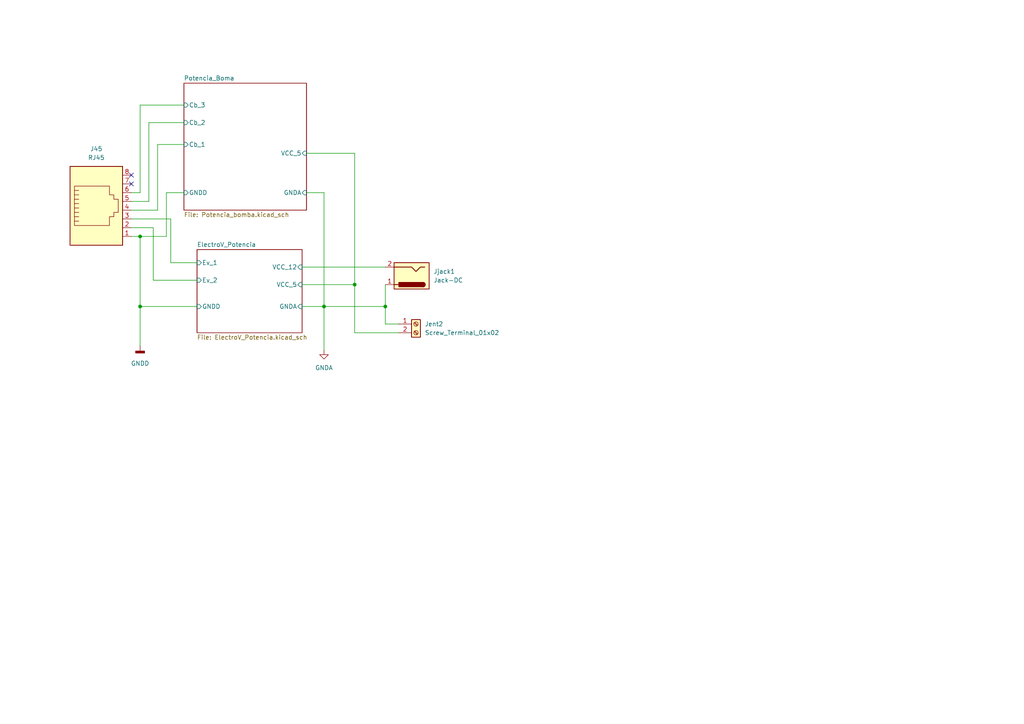
<source format=kicad_sch>
(kicad_sch (version 20211123) (generator eeschema)

  (uuid 0956fbcb-cb04-41a0-bcc7-40c2337a32d3)

  (paper "A4")

  (lib_symbols
    (symbol "Connector:Jack-DC" (pin_names (offset 1.016)) (in_bom yes) (on_board yes)
      (property "Reference" "J" (id 0) (at 0 5.334 0)
        (effects (font (size 1.27 1.27)))
      )
      (property "Value" "Jack-DC" (id 1) (at 0 -5.08 0)
        (effects (font (size 1.27 1.27)))
      )
      (property "Footprint" "" (id 2) (at 1.27 -1.016 0)
        (effects (font (size 1.27 1.27)) hide)
      )
      (property "Datasheet" "~" (id 3) (at 1.27 -1.016 0)
        (effects (font (size 1.27 1.27)) hide)
      )
      (property "ki_keywords" "DC power barrel jack connector" (id 4) (at 0 0 0)
        (effects (font (size 1.27 1.27)) hide)
      )
      (property "ki_description" "DC Barrel Jack" (id 5) (at 0 0 0)
        (effects (font (size 1.27 1.27)) hide)
      )
      (property "ki_fp_filters" "BarrelJack*" (id 6) (at 0 0 0)
        (effects (font (size 1.27 1.27)) hide)
      )
      (symbol "Jack-DC_0_1"
        (rectangle (start -5.08 3.81) (end 5.08 -3.81)
          (stroke (width 0.254) (type default) (color 0 0 0 0))
          (fill (type background))
        )
        (arc (start -3.302 3.175) (mid -3.937 2.54) (end -3.302 1.905)
          (stroke (width 0.254) (type default) (color 0 0 0 0))
          (fill (type none))
        )
        (arc (start -3.302 3.175) (mid -3.937 2.54) (end -3.302 1.905)
          (stroke (width 0.254) (type default) (color 0 0 0 0))
          (fill (type outline))
        )
        (polyline
          (pts
            (xy 5.08 2.54)
            (xy 3.81 2.54)
          )
          (stroke (width 0.254) (type default) (color 0 0 0 0))
          (fill (type none))
        )
        (polyline
          (pts
            (xy -3.81 -2.54)
            (xy -2.54 -2.54)
            (xy -1.27 -1.27)
            (xy 0 -2.54)
            (xy 2.54 -2.54)
            (xy 5.08 -2.54)
          )
          (stroke (width 0.254) (type default) (color 0 0 0 0))
          (fill (type none))
        )
        (rectangle (start 3.683 3.175) (end -3.302 1.905)
          (stroke (width 0.254) (type default) (color 0 0 0 0))
          (fill (type outline))
        )
      )
      (symbol "Jack-DC_1_1"
        (pin passive line (at 7.62 2.54 180) (length 2.54)
          (name "~" (effects (font (size 1.27 1.27))))
          (number "1" (effects (font (size 1.27 1.27))))
        )
        (pin passive line (at 7.62 -2.54 180) (length 2.54)
          (name "~" (effects (font (size 1.27 1.27))))
          (number "2" (effects (font (size 1.27 1.27))))
        )
      )
    )
    (symbol "Connector:RJ45" (pin_names (offset 1.016)) (in_bom yes) (on_board yes)
      (property "Reference" "J" (id 0) (at -5.08 13.97 0)
        (effects (font (size 1.27 1.27)) (justify right))
      )
      (property "Value" "RJ45" (id 1) (at 2.54 13.97 0)
        (effects (font (size 1.27 1.27)) (justify left))
      )
      (property "Footprint" "" (id 2) (at 0 0.635 90)
        (effects (font (size 1.27 1.27)) hide)
      )
      (property "Datasheet" "~" (id 3) (at 0 0.635 90)
        (effects (font (size 1.27 1.27)) hide)
      )
      (property "ki_keywords" "8P8C RJ female connector" (id 4) (at 0 0 0)
        (effects (font (size 1.27 1.27)) hide)
      )
      (property "ki_description" "RJ connector, 8P8C (8 positions 8 connected)" (id 5) (at 0 0 0)
        (effects (font (size 1.27 1.27)) hide)
      )
      (property "ki_fp_filters" "8P8C* RJ31* RJ32* RJ33* RJ34* RJ35* RJ41* RJ45* RJ49* RJ61*" (id 6) (at 0 0 0)
        (effects (font (size 1.27 1.27)) hide)
      )
      (symbol "RJ45_0_1"
        (polyline
          (pts
            (xy -5.08 4.445)
            (xy -6.35 4.445)
          )
          (stroke (width 0) (type default) (color 0 0 0 0))
          (fill (type none))
        )
        (polyline
          (pts
            (xy -5.08 5.715)
            (xy -6.35 5.715)
          )
          (stroke (width 0) (type default) (color 0 0 0 0))
          (fill (type none))
        )
        (polyline
          (pts
            (xy -6.35 -3.175)
            (xy -5.08 -3.175)
            (xy -5.08 -3.175)
          )
          (stroke (width 0) (type default) (color 0 0 0 0))
          (fill (type none))
        )
        (polyline
          (pts
            (xy -6.35 -1.905)
            (xy -5.08 -1.905)
            (xy -5.08 -1.905)
          )
          (stroke (width 0) (type default) (color 0 0 0 0))
          (fill (type none))
        )
        (polyline
          (pts
            (xy -6.35 -0.635)
            (xy -5.08 -0.635)
            (xy -5.08 -0.635)
          )
          (stroke (width 0) (type default) (color 0 0 0 0))
          (fill (type none))
        )
        (polyline
          (pts
            (xy -6.35 0.635)
            (xy -5.08 0.635)
            (xy -5.08 0.635)
          )
          (stroke (width 0) (type default) (color 0 0 0 0))
          (fill (type none))
        )
        (polyline
          (pts
            (xy -6.35 1.905)
            (xy -5.08 1.905)
            (xy -5.08 1.905)
          )
          (stroke (width 0) (type default) (color 0 0 0 0))
          (fill (type none))
        )
        (polyline
          (pts
            (xy -5.08 3.175)
            (xy -6.35 3.175)
            (xy -6.35 3.175)
          )
          (stroke (width 0) (type default) (color 0 0 0 0))
          (fill (type none))
        )
        (polyline
          (pts
            (xy -6.35 -4.445)
            (xy -6.35 6.985)
            (xy 3.81 6.985)
            (xy 3.81 4.445)
            (xy 5.08 4.445)
            (xy 5.08 3.175)
            (xy 6.35 3.175)
            (xy 6.35 -0.635)
            (xy 5.08 -0.635)
            (xy 5.08 -1.905)
            (xy 3.81 -1.905)
            (xy 3.81 -4.445)
            (xy -6.35 -4.445)
            (xy -6.35 -4.445)
          )
          (stroke (width 0) (type default) (color 0 0 0 0))
          (fill (type none))
        )
        (rectangle (start 7.62 12.7) (end -7.62 -10.16)
          (stroke (width 0.254) (type default) (color 0 0 0 0))
          (fill (type background))
        )
      )
      (symbol "RJ45_1_1"
        (pin passive line (at 10.16 -7.62 180) (length 2.54)
          (name "~" (effects (font (size 1.27 1.27))))
          (number "1" (effects (font (size 1.27 1.27))))
        )
        (pin passive line (at 10.16 -5.08 180) (length 2.54)
          (name "~" (effects (font (size 1.27 1.27))))
          (number "2" (effects (font (size 1.27 1.27))))
        )
        (pin passive line (at 10.16 -2.54 180) (length 2.54)
          (name "~" (effects (font (size 1.27 1.27))))
          (number "3" (effects (font (size 1.27 1.27))))
        )
        (pin passive line (at 10.16 0 180) (length 2.54)
          (name "~" (effects (font (size 1.27 1.27))))
          (number "4" (effects (font (size 1.27 1.27))))
        )
        (pin passive line (at 10.16 2.54 180) (length 2.54)
          (name "~" (effects (font (size 1.27 1.27))))
          (number "5" (effects (font (size 1.27 1.27))))
        )
        (pin passive line (at 10.16 5.08 180) (length 2.54)
          (name "~" (effects (font (size 1.27 1.27))))
          (number "6" (effects (font (size 1.27 1.27))))
        )
        (pin passive line (at 10.16 7.62 180) (length 2.54)
          (name "~" (effects (font (size 1.27 1.27))))
          (number "7" (effects (font (size 1.27 1.27))))
        )
        (pin passive line (at 10.16 10.16 180) (length 2.54)
          (name "~" (effects (font (size 1.27 1.27))))
          (number "8" (effects (font (size 1.27 1.27))))
        )
      )
    )
    (symbol "Connector:Screw_Terminal_01x02" (pin_names (offset 1.016) hide) (in_bom yes) (on_board yes)
      (property "Reference" "J" (id 0) (at 0 2.54 0)
        (effects (font (size 1.27 1.27)))
      )
      (property "Value" "Screw_Terminal_01x02" (id 1) (at 0 -5.08 0)
        (effects (font (size 1.27 1.27)))
      )
      (property "Footprint" "" (id 2) (at 0 0 0)
        (effects (font (size 1.27 1.27)) hide)
      )
      (property "Datasheet" "~" (id 3) (at 0 0 0)
        (effects (font (size 1.27 1.27)) hide)
      )
      (property "ki_keywords" "screw terminal" (id 4) (at 0 0 0)
        (effects (font (size 1.27 1.27)) hide)
      )
      (property "ki_description" "Generic screw terminal, single row, 01x02, script generated (kicad-library-utils/schlib/autogen/connector/)" (id 5) (at 0 0 0)
        (effects (font (size 1.27 1.27)) hide)
      )
      (property "ki_fp_filters" "TerminalBlock*:*" (id 6) (at 0 0 0)
        (effects (font (size 1.27 1.27)) hide)
      )
      (symbol "Screw_Terminal_01x02_1_1"
        (rectangle (start -1.27 1.27) (end 1.27 -3.81)
          (stroke (width 0.254) (type default) (color 0 0 0 0))
          (fill (type background))
        )
        (circle (center 0 -2.54) (radius 0.635)
          (stroke (width 0.1524) (type default) (color 0 0 0 0))
          (fill (type none))
        )
        (polyline
          (pts
            (xy -0.5334 -2.2098)
            (xy 0.3302 -3.048)
          )
          (stroke (width 0.1524) (type default) (color 0 0 0 0))
          (fill (type none))
        )
        (polyline
          (pts
            (xy -0.5334 0.3302)
            (xy 0.3302 -0.508)
          )
          (stroke (width 0.1524) (type default) (color 0 0 0 0))
          (fill (type none))
        )
        (polyline
          (pts
            (xy -0.3556 -2.032)
            (xy 0.508 -2.8702)
          )
          (stroke (width 0.1524) (type default) (color 0 0 0 0))
          (fill (type none))
        )
        (polyline
          (pts
            (xy -0.3556 0.508)
            (xy 0.508 -0.3302)
          )
          (stroke (width 0.1524) (type default) (color 0 0 0 0))
          (fill (type none))
        )
        (circle (center 0 0) (radius 0.635)
          (stroke (width 0.1524) (type default) (color 0 0 0 0))
          (fill (type none))
        )
        (pin passive line (at -5.08 0 0) (length 3.81)
          (name "Pin_1" (effects (font (size 1.27 1.27))))
          (number "1" (effects (font (size 1.27 1.27))))
        )
        (pin passive line (at -5.08 -2.54 0) (length 3.81)
          (name "Pin_2" (effects (font (size 1.27 1.27))))
          (number "2" (effects (font (size 1.27 1.27))))
        )
      )
    )
    (symbol "power:GNDA" (power) (pin_names (offset 0)) (in_bom yes) (on_board yes)
      (property "Reference" "#PWR" (id 0) (at 0 -6.35 0)
        (effects (font (size 1.27 1.27)) hide)
      )
      (property "Value" "GNDA" (id 1) (at 0 -3.81 0)
        (effects (font (size 1.27 1.27)))
      )
      (property "Footprint" "" (id 2) (at 0 0 0)
        (effects (font (size 1.27 1.27)) hide)
      )
      (property "Datasheet" "" (id 3) (at 0 0 0)
        (effects (font (size 1.27 1.27)) hide)
      )
      (property "ki_keywords" "power-flag" (id 4) (at 0 0 0)
        (effects (font (size 1.27 1.27)) hide)
      )
      (property "ki_description" "Power symbol creates a global label with name \"GNDA\" , analog ground" (id 5) (at 0 0 0)
        (effects (font (size 1.27 1.27)) hide)
      )
      (symbol "GNDA_0_1"
        (polyline
          (pts
            (xy 0 0)
            (xy 0 -1.27)
            (xy 1.27 -1.27)
            (xy 0 -2.54)
            (xy -1.27 -1.27)
            (xy 0 -1.27)
          )
          (stroke (width 0) (type default) (color 0 0 0 0))
          (fill (type none))
        )
      )
      (symbol "GNDA_1_1"
        (pin power_in line (at 0 0 270) (length 0) hide
          (name "GNDA" (effects (font (size 1.27 1.27))))
          (number "1" (effects (font (size 1.27 1.27))))
        )
      )
    )
    (symbol "power:GNDD" (power) (pin_names (offset 0)) (in_bom yes) (on_board yes)
      (property "Reference" "#PWR" (id 0) (at 0 -6.35 0)
        (effects (font (size 1.27 1.27)) hide)
      )
      (property "Value" "GNDD" (id 1) (at 0 -3.175 0)
        (effects (font (size 1.27 1.27)))
      )
      (property "Footprint" "" (id 2) (at 0 0 0)
        (effects (font (size 1.27 1.27)) hide)
      )
      (property "Datasheet" "" (id 3) (at 0 0 0)
        (effects (font (size 1.27 1.27)) hide)
      )
      (property "ki_keywords" "power-flag" (id 4) (at 0 0 0)
        (effects (font (size 1.27 1.27)) hide)
      )
      (property "ki_description" "Power symbol creates a global label with name \"GNDD\" , digital ground" (id 5) (at 0 0 0)
        (effects (font (size 1.27 1.27)) hide)
      )
      (symbol "GNDD_0_1"
        (rectangle (start -1.27 -1.524) (end 1.27 -2.032)
          (stroke (width 0.254) (type default) (color 0 0 0 0))
          (fill (type outline))
        )
        (polyline
          (pts
            (xy 0 0)
            (xy 0 -1.524)
          )
          (stroke (width 0) (type default) (color 0 0 0 0))
          (fill (type none))
        )
      )
      (symbol "GNDD_1_1"
        (pin power_in line (at 0 0 270) (length 0) hide
          (name "GNDD" (effects (font (size 1.27 1.27))))
          (number "1" (effects (font (size 1.27 1.27))))
        )
      )
    )
  )

  (junction (at 40.64 88.9) (diameter 0) (color 0 0 0 0)
    (uuid 244ff073-5640-4117-9897-2884935715e6)
  )
  (junction (at 111.76 88.9) (diameter 0) (color 0 0 0 0)
    (uuid 2b4b213d-41e4-4329-89d8-2fd5f44e56e8)
  )
  (junction (at 40.64 68.58) (diameter 0) (color 0 0 0 0)
    (uuid 44e536dc-e619-4304-8986-f0e518604940)
  )
  (junction (at 102.87 82.55) (diameter 0) (color 0 0 0 0)
    (uuid 5884a4d9-673b-41b6-b61b-81b7dda7ff56)
  )
  (junction (at 93.98 88.9) (diameter 0) (color 0 0 0 0)
    (uuid bd99ad22-c778-4e91-8ea6-768c48d4ff05)
  )

  (no_connect (at 38.1 53.34) (uuid beca2591-4a80-4d58-bf36-7c0933d038eb))
  (no_connect (at 38.1 50.8) (uuid beca2591-4a80-4d58-bf36-7c0933d038ec))

  (wire (pts (xy 102.87 44.45) (xy 102.87 82.55))
    (stroke (width 0) (type default) (color 0 0 0 0))
    (uuid 0ea81fd2-0dec-4483-999f-fb9eced835d1)
  )
  (wire (pts (xy 40.64 68.58) (xy 40.64 88.9))
    (stroke (width 0) (type default) (color 0 0 0 0))
    (uuid 0ff3fd1f-44cb-43ba-b1ed-87a0b6e548a2)
  )
  (wire (pts (xy 43.18 35.56) (xy 53.34 35.56))
    (stroke (width 0) (type default) (color 0 0 0 0))
    (uuid 20bdeaee-3f2f-4dc1-92b6-fea1a47e7e3c)
  )
  (wire (pts (xy 40.64 55.88) (xy 38.1 55.88))
    (stroke (width 0) (type default) (color 0 0 0 0))
    (uuid 467117ad-3bcb-4d9f-9937-0f5c4012b0ce)
  )
  (wire (pts (xy 44.45 66.04) (xy 44.45 81.28))
    (stroke (width 0) (type default) (color 0 0 0 0))
    (uuid 47735597-3bcf-496e-b4c0-9204b72fd227)
  )
  (wire (pts (xy 87.63 82.55) (xy 102.87 82.55))
    (stroke (width 0) (type default) (color 0 0 0 0))
    (uuid 4f6a0827-503f-4f9d-a4c3-9de83cc8fa6a)
  )
  (wire (pts (xy 87.63 77.47) (xy 111.76 77.47))
    (stroke (width 0) (type default) (color 0 0 0 0))
    (uuid 50ec03cf-a657-4dfd-8083-5ddc0d2c9b08)
  )
  (wire (pts (xy 38.1 63.5) (xy 49.53 63.5))
    (stroke (width 0) (type default) (color 0 0 0 0))
    (uuid 566215df-1ce8-4b18-806f-b838978b8254)
  )
  (wire (pts (xy 111.76 82.55) (xy 111.76 88.9))
    (stroke (width 0) (type default) (color 0 0 0 0))
    (uuid 5d1bf356-2cad-40b1-bdd9-7ad93a8bff79)
  )
  (wire (pts (xy 38.1 60.96) (xy 45.72 60.96))
    (stroke (width 0) (type default) (color 0 0 0 0))
    (uuid 6441a85c-4048-486b-8da7-03e971e5906c)
  )
  (wire (pts (xy 43.18 58.42) (xy 43.18 35.56))
    (stroke (width 0) (type default) (color 0 0 0 0))
    (uuid 68dcbb32-912a-4226-8848-75d72c40836e)
  )
  (wire (pts (xy 49.53 76.2) (xy 57.15 76.2))
    (stroke (width 0) (type default) (color 0 0 0 0))
    (uuid 6b7a2e1b-dcc5-42d4-912b-96409dbaeff1)
  )
  (wire (pts (xy 93.98 55.88) (xy 93.98 88.9))
    (stroke (width 0) (type default) (color 0 0 0 0))
    (uuid 6b99f6e3-84e2-421a-bef6-81993a4ceba2)
  )
  (wire (pts (xy 48.26 55.88) (xy 53.34 55.88))
    (stroke (width 0) (type default) (color 0 0 0 0))
    (uuid 6fe3e907-96c5-42a3-b92e-347f4225563f)
  )
  (wire (pts (xy 40.64 68.58) (xy 48.26 68.58))
    (stroke (width 0) (type default) (color 0 0 0 0))
    (uuid 82a120c0-b41c-47e7-aa94-733fe1c4c8f8)
  )
  (wire (pts (xy 45.72 60.96) (xy 45.72 41.91))
    (stroke (width 0) (type default) (color 0 0 0 0))
    (uuid 89f2792f-0213-43c0-aeab-babbd3f94878)
  )
  (wire (pts (xy 40.64 88.9) (xy 40.64 100.33))
    (stroke (width 0) (type default) (color 0 0 0 0))
    (uuid 93f479d4-c43d-4632-84bc-e04f0f04a55b)
  )
  (wire (pts (xy 93.98 101.6) (xy 93.98 88.9))
    (stroke (width 0) (type default) (color 0 0 0 0))
    (uuid 981512c5-ab7b-40ab-8bbd-c5fb145493c4)
  )
  (wire (pts (xy 38.1 58.42) (xy 43.18 58.42))
    (stroke (width 0) (type default) (color 0 0 0 0))
    (uuid a07100ed-1365-4680-8fca-6ad456a8ae2b)
  )
  (wire (pts (xy 88.9 55.88) (xy 93.98 55.88))
    (stroke (width 0) (type default) (color 0 0 0 0))
    (uuid a14a5cce-8d19-4bfc-9b20-8a23829e0106)
  )
  (wire (pts (xy 102.87 96.52) (xy 102.87 82.55))
    (stroke (width 0) (type default) (color 0 0 0 0))
    (uuid a4cbc433-7491-4c4d-b044-eec932034a63)
  )
  (wire (pts (xy 93.98 88.9) (xy 111.76 88.9))
    (stroke (width 0) (type default) (color 0 0 0 0))
    (uuid a4e70511-d240-471e-ba36-5085ccdb1c06)
  )
  (wire (pts (xy 115.57 96.52) (xy 102.87 96.52))
    (stroke (width 0) (type default) (color 0 0 0 0))
    (uuid a4f99277-9845-466f-90c4-627013787b45)
  )
  (wire (pts (xy 115.57 93.98) (xy 111.76 93.98))
    (stroke (width 0) (type default) (color 0 0 0 0))
    (uuid aa81e2fe-25ce-4913-bc01-b2b0e9245ba3)
  )
  (wire (pts (xy 87.63 88.9) (xy 93.98 88.9))
    (stroke (width 0) (type default) (color 0 0 0 0))
    (uuid b3b41138-f8de-416c-a194-43cbe1800762)
  )
  (wire (pts (xy 38.1 66.04) (xy 44.45 66.04))
    (stroke (width 0) (type default) (color 0 0 0 0))
    (uuid b6655024-69a5-41f2-aa1a-685881151e3e)
  )
  (wire (pts (xy 88.9 44.45) (xy 102.87 44.45))
    (stroke (width 0) (type default) (color 0 0 0 0))
    (uuid c6e07dc4-5d45-42bd-973d-c3340a576446)
  )
  (wire (pts (xy 53.34 30.48) (xy 40.64 30.48))
    (stroke (width 0) (type default) (color 0 0 0 0))
    (uuid ca4f71c2-0601-4d08-b364-ecdd88abe1b8)
  )
  (wire (pts (xy 45.72 41.91) (xy 53.34 41.91))
    (stroke (width 0) (type default) (color 0 0 0 0))
    (uuid cb1004c3-c679-41a7-ba1b-2147c3dfbc5b)
  )
  (wire (pts (xy 40.64 88.9) (xy 57.15 88.9))
    (stroke (width 0) (type default) (color 0 0 0 0))
    (uuid cf6fe3ff-c03a-41bd-8c65-3d366319a050)
  )
  (wire (pts (xy 48.26 55.88) (xy 48.26 68.58))
    (stroke (width 0) (type default) (color 0 0 0 0))
    (uuid d1c96674-d5c5-411a-a341-d5b0e29ccb76)
  )
  (wire (pts (xy 111.76 93.98) (xy 111.76 88.9))
    (stroke (width 0) (type default) (color 0 0 0 0))
    (uuid d28dc9d9-dad8-437b-8eeb-c9c3d72a8e06)
  )
  (wire (pts (xy 38.1 68.58) (xy 40.64 68.58))
    (stroke (width 0) (type default) (color 0 0 0 0))
    (uuid d3cbc2df-4162-4eac-9c57-93ec52d5c70e)
  )
  (wire (pts (xy 49.53 76.2) (xy 49.53 63.5))
    (stroke (width 0) (type default) (color 0 0 0 0))
    (uuid db5547e3-2dd9-42c2-ba2c-aad529d1ed98)
  )
  (wire (pts (xy 44.45 81.28) (xy 57.15 81.28))
    (stroke (width 0) (type default) (color 0 0 0 0))
    (uuid e77a8b1c-9f34-4af8-884e-47a829d249a5)
  )
  (wire (pts (xy 40.64 30.48) (xy 40.64 55.88))
    (stroke (width 0) (type default) (color 0 0 0 0))
    (uuid fe3c773d-5431-4b45-830c-01bc9751e598)
  )

  (symbol (lib_id "Connector:RJ45") (at 27.94 60.96 0) (unit 1)
    (in_bom yes) (on_board yes) (fields_autoplaced)
    (uuid 1d4c4810-c832-4ce7-97b6-b9bf0509e6e5)
    (property "Reference" "J45" (id 0) (at 27.94 43.18 0))
    (property "Value" "RJ45" (id 1) (at 27.94 45.72 0))
    (property "Footprint" "Connector_RJ:RJ45_Amphenol_54602-x08_Horizontal" (id 2) (at 27.94 60.325 90)
      (effects (font (size 1.27 1.27)) hide)
    )
    (property "Datasheet" "~" (id 3) (at 27.94 60.325 90)
      (effects (font (size 1.27 1.27)) hide)
    )
    (pin "1" (uuid 2380ca37-e488-4b15-b99d-9d69f44a3969))
    (pin "2" (uuid aaceab80-335c-4569-beb0-05e4562caed7))
    (pin "3" (uuid 3591fea6-53fc-4467-98ea-29ae2448f198))
    (pin "4" (uuid 8be3a8a5-c93b-4f15-9ac9-a32a920b15e8))
    (pin "5" (uuid 082ed292-10ff-4bdb-9c7c-4ce4ce0853f5))
    (pin "6" (uuid d7232cd1-3bb2-41a7-bc22-3c1990221443))
    (pin "7" (uuid 8745f651-7d33-4165-a553-0ca0930cdeb1))
    (pin "8" (uuid 5675eaa8-60bf-4512-ba13-a424a1f8a0ce))
  )

  (symbol (lib_id "power:GNDA") (at 93.98 101.6 0) (unit 1)
    (in_bom yes) (on_board yes) (fields_autoplaced)
    (uuid 3df83038-8b36-40e5-ba89-74cb9a022457)
    (property "Reference" "#PWR0102" (id 0) (at 93.98 107.95 0)
      (effects (font (size 1.27 1.27)) hide)
    )
    (property "Value" "GNDA" (id 1) (at 93.98 106.68 0))
    (property "Footprint" "" (id 2) (at 93.98 101.6 0)
      (effects (font (size 1.27 1.27)) hide)
    )
    (property "Datasheet" "" (id 3) (at 93.98 101.6 0)
      (effects (font (size 1.27 1.27)) hide)
    )
    (pin "1" (uuid df0b4dca-ccc4-43d6-853b-d5503dec090f))
  )

  (symbol (lib_id "Connector:Screw_Terminal_01x02") (at 120.65 93.98 0) (unit 1)
    (in_bom yes) (on_board yes) (fields_autoplaced)
    (uuid 4b2fd5cb-9261-4252-9097-1af76f2af757)
    (property "Reference" "Jent2" (id 0) (at 123.19 93.9799 0)
      (effects (font (size 1.27 1.27)) (justify left))
    )
    (property "Value" "Screw_Terminal_01x02" (id 1) (at 123.19 96.5199 0)
      (effects (font (size 1.27 1.27)) (justify left))
    )
    (property "Footprint" "TerminalBlock:TerminalBlock_Altech_AK300-2_P5.00mm" (id 2) (at 120.65 93.98 0)
      (effects (font (size 1.27 1.27)) hide)
    )
    (property "Datasheet" "~" (id 3) (at 120.65 93.98 0)
      (effects (font (size 1.27 1.27)) hide)
    )
    (pin "1" (uuid e3056cf4-884f-4f11-be5b-f630c8acbcd9))
    (pin "2" (uuid 546d25c4-c0db-403f-9cd1-22c5956bb5f3))
  )

  (symbol (lib_id "Connector:Jack-DC") (at 119.38 80.01 180) (unit 1)
    (in_bom yes) (on_board yes) (fields_autoplaced)
    (uuid 5c2b80ae-557e-4da2-8ca2-60dd5425e673)
    (property "Reference" "Jjack1" (id 0) (at 125.73 78.7399 0)
      (effects (font (size 1.27 1.27)) (justify right))
    )
    (property "Value" "Jack-DC" (id 1) (at 125.73 81.2799 0)
      (effects (font (size 1.27 1.27)) (justify right))
    )
    (property "Footprint" "Connector_BarrelJack:BarrelJack_CLIFF_FC681465S_SMT_Horizontal" (id 2) (at 118.11 78.994 0)
      (effects (font (size 1.27 1.27)) hide)
    )
    (property "Datasheet" "~" (id 3) (at 118.11 78.994 0)
      (effects (font (size 1.27 1.27)) hide)
    )
    (pin "1" (uuid a5c78c80-b9ef-4087-9285-6bcfcd0371a3))
    (pin "2" (uuid 29ccf85b-cd6f-442d-9a65-ac431302a989))
  )

  (symbol (lib_id "power:GNDD") (at 40.64 100.33 0) (unit 1)
    (in_bom yes) (on_board yes) (fields_autoplaced)
    (uuid a4efdacd-8544-4196-8064-17e96b817100)
    (property "Reference" "#PWR0101" (id 0) (at 40.64 106.68 0)
      (effects (font (size 1.27 1.27)) hide)
    )
    (property "Value" "GNDD" (id 1) (at 40.64 105.41 0))
    (property "Footprint" "" (id 2) (at 40.64 100.33 0)
      (effects (font (size 1.27 1.27)) hide)
    )
    (property "Datasheet" "" (id 3) (at 40.64 100.33 0)
      (effects (font (size 1.27 1.27)) hide)
    )
    (pin "1" (uuid 93205f47-9056-4d14-8682-dbc7ea7d9a5b))
  )

  (sheet (at 53.34 24.13) (size 35.56 36.83) (fields_autoplaced)
    (stroke (width 0.1524) (type solid) (color 0 0 0 0))
    (fill (color 0 0 0 0.0000))
    (uuid 1173e793-0a53-48c6-b6d1-60cbd4e7b315)
    (property "Sheet name" "Potencia_Boma" (id 0) (at 53.34 23.4184 0)
      (effects (font (size 1.27 1.27)) (justify left bottom))
    )
    (property "Sheet file" "Potencia_bomba.kicad_sch" (id 1) (at 53.34 61.5446 0)
      (effects (font (size 1.27 1.27)) (justify left top))
    )
    (pin "Cb_3" input (at 53.34 30.48 180)
      (effects (font (size 1.27 1.27)) (justify left))
      (uuid b58078a0-f3e6-4f39-9937-a2ba957eaa93)
    )
    (pin "Cb_1" input (at 53.34 41.91 180)
      (effects (font (size 1.27 1.27)) (justify left))
      (uuid 9d5b8d3f-a94a-4fa4-890d-5739ea9ed248)
    )
    (pin "Cb_2" input (at 53.34 35.56 180)
      (effects (font (size 1.27 1.27)) (justify left))
      (uuid 835e95cc-4cdd-4125-ac4a-419240b3e13e)
    )
    (pin "VCC_5" input (at 88.9 44.45 0)
      (effects (font (size 1.27 1.27)) (justify right))
      (uuid 88e21750-82ac-4182-9385-931c2143f58e)
    )
    (pin "GNDA" input (at 88.9 55.88 0)
      (effects (font (size 1.27 1.27)) (justify right))
      (uuid 268c362b-e3e1-44a4-aff5-8a11adafeda1)
    )
    (pin "GNDD" input (at 53.34 55.88 180)
      (effects (font (size 1.27 1.27)) (justify left))
      (uuid a306d3f6-6d09-4f8a-82d4-537a50d2463f)
    )
  )

  (sheet (at 57.15 72.39) (size 30.48 24.13) (fields_autoplaced)
    (stroke (width 0.1524) (type solid) (color 0 0 0 0))
    (fill (color 0 0 0 0.0000))
    (uuid 199d11e3-5101-41a6-ae38-71cad27b4bb9)
    (property "Sheet name" "ElectroV_Potencia" (id 0) (at 57.15 71.6784 0)
      (effects (font (size 1.27 1.27)) (justify left bottom))
    )
    (property "Sheet file" "ElectroV_Potencia.kicad_sch" (id 1) (at 57.15 97.1046 0)
      (effects (font (size 1.27 1.27)) (justify left top))
    )
    (pin "Ev_1" input (at 57.15 76.2 180)
      (effects (font (size 1.27 1.27)) (justify left))
      (uuid acbe578a-99c8-400b-8d61-0b7d32f64d98)
    )
    (pin "VCC_12" input (at 87.63 77.47 0)
      (effects (font (size 1.27 1.27)) (justify right))
      (uuid 0902906c-30a0-40f3-887d-9b0e0da768ad)
    )
    (pin "Ev_2" input (at 57.15 81.28 180)
      (effects (font (size 1.27 1.27)) (justify left))
      (uuid 2007b7ab-5f37-4e36-8a8b-6517d4650867)
    )
    (pin "GNDD" input (at 57.15 88.9 180)
      (effects (font (size 1.27 1.27)) (justify left))
      (uuid fd757043-930a-4f6c-83f9-94598969c51e)
    )
    (pin "VCC_5" input (at 87.63 82.55 0)
      (effects (font (size 1.27 1.27)) (justify right))
      (uuid dc2ddd6d-087b-4d76-850c-271e693aa465)
    )
    (pin "GNDA" input (at 87.63 88.9 0)
      (effects (font (size 1.27 1.27)) (justify right))
      (uuid 30787f6a-7064-424b-96b5-7546669f878a)
    )
  )

  (sheet_instances
    (path "/" (page "1"))
    (path "/1173e793-0a53-48c6-b6d1-60cbd4e7b315" (page "2"))
    (path "/199d11e3-5101-41a6-ae38-71cad27b4bb9" (page "3"))
  )

  (symbol_instances
    (path "/a4efdacd-8544-4196-8064-17e96b817100"
      (reference "#PWR0101") (unit 1) (value "GNDD") (footprint "")
    )
    (path "/3df83038-8b36-40e5-ba89-74cb9a022457"
      (reference "#PWR0102") (unit 1) (value "GNDA") (footprint "")
    )
    (path "/1173e793-0a53-48c6-b6d1-60cbd4e7b315/8e638e39-e592-4b85-a588-74e074375336"
      (reference "D1") (unit 1) (value "LED") (footprint "LED_SMD:LED_0603_1608Metric_Pad1.05x0.95mm_HandSolder")
    )
    (path "/1173e793-0a53-48c6-b6d1-60cbd4e7b315/767e885c-9173-4d40-823f-29cb6fbd30e6"
      (reference "D2") (unit 1) (value "LED") (footprint "LED_SMD:LED_0603_1608Metric_Pad1.05x0.95mm_HandSolder")
    )
    (path "/1173e793-0a53-48c6-b6d1-60cbd4e7b315/541761ae-705e-4fae-aed1-5574ff1d0505"
      (reference "D3") (unit 1) (value "1N4004") (footprint "Diode_SMD:D_2512_6332Metric_Pad1.52x3.35mm_HandSolder")
    )
    (path "/1173e793-0a53-48c6-b6d1-60cbd4e7b315/24014dc6-79e9-4e47-b89a-a19deed9ccca"
      (reference "D4") (unit 1) (value "1N4004") (footprint "Diode_SMD:D_2512_6332Metric_Pad1.52x3.35mm_HandSolder")
    )
    (path "/1173e793-0a53-48c6-b6d1-60cbd4e7b315/d7eee4f4-6cf3-435d-94ae-f19c8f9288cf"
      (reference "D5") (unit 1) (value "LED") (footprint "LED_SMD:LED_0603_1608Metric_Pad1.05x0.95mm_HandSolder")
    )
    (path "/1173e793-0a53-48c6-b6d1-60cbd4e7b315/e7e9867f-aedb-4b68-86e8-b0fba7fd3132"
      (reference "D6") (unit 1) (value "1N4004") (footprint "Diode_SMD:D_2512_6332Metric_Pad1.52x3.35mm_HandSolder")
    )
    (path "/199d11e3-5101-41a6-ae38-71cad27b4bb9/1d6f470e-42ff-4243-9808-43d93fd4f20e"
      (reference "D7") (unit 1) (value "LED") (footprint "LED_SMD:LED_0603_1608Metric_Pad1.05x0.95mm_HandSolder")
    )
    (path "/199d11e3-5101-41a6-ae38-71cad27b4bb9/92020063-e9b8-479c-81fd-82312f7a84a2"
      (reference "D8") (unit 1) (value "1N4004") (footprint "Diode_SMD:D_2512_6332Metric_Pad1.52x3.35mm_HandSolder")
    )
    (path "/199d11e3-5101-41a6-ae38-71cad27b4bb9/e8c81061-b3af-4a74-a11b-92198c558cdd"
      (reference "D9") (unit 1) (value "LED") (footprint "LED_SMD:LED_0603_1608Metric_Pad1.05x0.95mm_HandSolder")
    )
    (path "/199d11e3-5101-41a6-ae38-71cad27b4bb9/299c083a-eafc-4728-acfb-465218c07c82"
      (reference "D10") (unit 1) (value "1N4004") (footprint "Diode_SMD:D_2512_6332Metric_Pad1.52x3.35mm_HandSolder")
    )
    (path "/1173e793-0a53-48c6-b6d1-60cbd4e7b315/6e6e78e9-064e-4c3e-9d22-a7ea1de21b40"
      (reference "J1") (unit 1) (value "Screw_Terminal_01x02") (footprint "TerminalBlock:TerminalBlock_Altech_AK300-2_P5.00mm")
    )
    (path "/1173e793-0a53-48c6-b6d1-60cbd4e7b315/f6da8fc5-e188-4497-986f-87872396ce55"
      (reference "J2") (unit 1) (value "Screw_Terminal_01x02") (footprint "TerminalBlock:TerminalBlock_Altech_AK300-2_P5.00mm")
    )
    (path "/1173e793-0a53-48c6-b6d1-60cbd4e7b315/00a5c997-bfb3-4726-8d5d-412c3a1989ce"
      (reference "J3") (unit 1) (value "Screw_Terminal_01x02") (footprint "TerminalBlock:TerminalBlock_Altech_AK300-2_P5.00mm")
    )
    (path "/199d11e3-5101-41a6-ae38-71cad27b4bb9/489417b6-6119-425c-8922-131e9a8ed716"
      (reference "J4") (unit 1) (value "Screw_Terminal_01x02") (footprint "TerminalBlock:TerminalBlock_Altech_AK300-2_P5.00mm")
    )
    (path "/199d11e3-5101-41a6-ae38-71cad27b4bb9/e41de767-0035-4dc6-a090-42b4000f0b76"
      (reference "J5") (unit 1) (value "Screw_Terminal_01x02") (footprint "TerminalBlock:TerminalBlock_Altech_AK300-2_P5.00mm")
    )
    (path "/1d4c4810-c832-4ce7-97b6-b9bf0509e6e5"
      (reference "J45") (unit 1) (value "RJ45") (footprint "Connector_RJ:RJ45_Amphenol_54602-x08_Horizontal")
    )
    (path "/4b2fd5cb-9261-4252-9097-1af76f2af757"
      (reference "Jent2") (unit 1) (value "Screw_Terminal_01x02") (footprint "TerminalBlock:TerminalBlock_Altech_AK300-2_P5.00mm")
    )
    (path "/5c2b80ae-557e-4da2-8ca2-60dd5425e673"
      (reference "Jjack1") (unit 1) (value "Jack-DC") (footprint "Connector_BarrelJack:BarrelJack_CLIFF_FC681465S_SMT_Horizontal")
    )
    (path "/1173e793-0a53-48c6-b6d1-60cbd4e7b315/ec9265e6-7318-4c64-8061-da0288d95533"
      (reference "K1") (unit 1) (value "JQC-3F-1C-24VDC") (footprint "JQC-3F-1C:RELAY_JQC-3F-1C-24VDC")
    )
    (path "/1173e793-0a53-48c6-b6d1-60cbd4e7b315/04249d69-2bab-4969-a8b2-aefe6f4292ca"
      (reference "K2") (unit 1) (value "JQC-3F-1C-24VDC") (footprint "JQC-3F-1C:RELAY_JQC-3F-1C-24VDC")
    )
    (path "/1173e793-0a53-48c6-b6d1-60cbd4e7b315/eeba3aaa-bcc5-4468-a3b3-088817a5e840"
      (reference "K3") (unit 1) (value "JQC-3F-1C-24VDC") (footprint "JQC-3F-1C:RELAY_JQC-3F-1C-24VDC")
    )
    (path "/199d11e3-5101-41a6-ae38-71cad27b4bb9/18574705-34b7-4913-8110-e302107b8bd8"
      (reference "K4") (unit 1) (value "JQC-3F-1C-24VDC") (footprint "JQC-3F-1C:RELAY_JQC-3F-1C-24VDC")
    )
    (path "/199d11e3-5101-41a6-ae38-71cad27b4bb9/43f51bfc-b2e4-49cf-9944-ceb4cb5e367c"
      (reference "K5") (unit 1) (value "JQC-3F-1C-24VDC") (footprint "JQC-3F-1C:RELAY_JQC-3F-1C-24VDC")
    )
    (path "/1173e793-0a53-48c6-b6d1-60cbd4e7b315/c9cad13c-5c41-481f-9980-f1e32d9494eb"
      (reference "L1") (unit 1) (value "5mH") (footprint "Inductor_SMD:L_6.3x6.3_H3")
    )
    (path "/1173e793-0a53-48c6-b6d1-60cbd4e7b315/3e92393a-7b79-4196-8a92-9e53ed9c11e3"
      (reference "L2") (unit 1) (value "5mH") (footprint "Inductor_SMD:L_6.3x6.3_H3")
    )
    (path "/1173e793-0a53-48c6-b6d1-60cbd4e7b315/e0334b92-ea84-4093-aa79-b2dc670e7208"
      (reference "L3") (unit 1) (value "5mH") (footprint "Inductor_SMD:L_6.3x6.3_H3")
    )
    (path "/199d11e3-5101-41a6-ae38-71cad27b4bb9/d4a378a9-7c8a-449f-9dbb-0a41eb6b926a"
      (reference "L4") (unit 1) (value "5mH") (footprint "Inductor_SMD:L_6.3x6.3_H3")
    )
    (path "/199d11e3-5101-41a6-ae38-71cad27b4bb9/4d110a28-ed77-4fbb-b1bb-1190aae2ab70"
      (reference "L5") (unit 1) (value "5mH") (footprint "Inductor_SMD:L_6.3x6.3_H3")
    )
    (path "/1173e793-0a53-48c6-b6d1-60cbd4e7b315/a652fdcc-1e4b-450c-bf6e-c89f37d29477"
      (reference "Q1") (unit 1) (value "2N2219") (footprint "Package_TO_SOT_SMD:SOT-23")
    )
    (path "/1173e793-0a53-48c6-b6d1-60cbd4e7b315/7bf03a74-a3dc-4faa-919d-891384e67f6b"
      (reference "Q2") (unit 1) (value "2N2219") (footprint "Package_TO_SOT_SMD:SOT-23")
    )
    (path "/1173e793-0a53-48c6-b6d1-60cbd4e7b315/cd3012e3-a2e7-4eb7-a75f-5086025e10bc"
      (reference "Q3") (unit 1) (value "2N2219") (footprint "Package_TO_SOT_SMD:SOT-23")
    )
    (path "/199d11e3-5101-41a6-ae38-71cad27b4bb9/9ee6998e-fe74-42c6-811c-daa3b4628240"
      (reference "Q4") (unit 1) (value "2N2219") (footprint "Package_TO_SOT_SMD:SOT-23")
    )
    (path "/199d11e3-5101-41a6-ae38-71cad27b4bb9/2b1ab509-f1c7-4874-9ef1-4971feae177a"
      (reference "Q5") (unit 1) (value "2N2219") (footprint "Package_TO_SOT_SMD:SOT-23")
    )
    (path "/1173e793-0a53-48c6-b6d1-60cbd4e7b315/cbb605a7-29d6-45a5-bbad-d27a603bca83"
      (reference "R1") (unit 1) (value "2.2k") (footprint "Resistor_SMD:R_0805_2012Metric_Pad1.20x1.40mm_HandSolder")
    )
    (path "/1173e793-0a53-48c6-b6d1-60cbd4e7b315/898de28e-8775-414d-aad1-b8c5a6e6b6e4"
      (reference "R2") (unit 1) (value "1k") (footprint "Resistor_SMD:R_0805_2012Metric_Pad1.20x1.40mm_HandSolder")
    )
    (path "/1173e793-0a53-48c6-b6d1-60cbd4e7b315/db75f15d-a0c0-4517-89a6-d5b4b4634a1b"
      (reference "R3") (unit 1) (value "2.2k") (footprint "Resistor_SMD:R_0805_2012Metric_Pad1.20x1.40mm_HandSolder")
    )
    (path "/1173e793-0a53-48c6-b6d1-60cbd4e7b315/7e870eb5-0517-4f2a-9038-028002c793b7"
      (reference "R4") (unit 1) (value "1k") (footprint "Resistor_SMD:R_0805_2012Metric_Pad1.20x1.40mm_HandSolder")
    )
    (path "/1173e793-0a53-48c6-b6d1-60cbd4e7b315/25655fdf-3c76-4ab9-86ff-041e1ca56dd2"
      (reference "R5") (unit 1) (value "2.2k") (footprint "Resistor_SMD:R_0805_2012Metric_Pad1.20x1.40mm_HandSolder")
    )
    (path "/1173e793-0a53-48c6-b6d1-60cbd4e7b315/4dc3a9ef-f11c-4061-8286-1f6991d3db97"
      (reference "R6") (unit 1) (value "1k") (footprint "Resistor_SMD:R_0805_2012Metric_Pad1.20x1.40mm_HandSolder")
    )
    (path "/199d11e3-5101-41a6-ae38-71cad27b4bb9/4fe1cded-cb8d-409f-9d79-fc1ece9009e9"
      (reference "R7") (unit 1) (value "2.2k") (footprint "Resistor_SMD:R_0805_2012Metric_Pad1.20x1.40mm_HandSolder")
    )
    (path "/199d11e3-5101-41a6-ae38-71cad27b4bb9/f63a0142-76b8-430d-a581-e28169e6bbbc"
      (reference "R8") (unit 1) (value "1k") (footprint "Resistor_SMD:R_0805_2012Metric_Pad1.20x1.40mm_HandSolder")
    )
    (path "/199d11e3-5101-41a6-ae38-71cad27b4bb9/2c90568e-3d7a-448c-b3e9-56f2d5b25b3e"
      (reference "R9") (unit 1) (value "2.2k") (footprint "Resistor_SMD:R_0805_2012Metric_Pad1.20x1.40mm_HandSolder")
    )
    (path "/199d11e3-5101-41a6-ae38-71cad27b4bb9/e2424a5b-0d01-452c-8412-d0facdd9c68f"
      (reference "R10") (unit 1) (value "1k") (footprint "Resistor_SMD:R_0805_2012Metric_Pad1.20x1.40mm_HandSolder")
    )
  )
)

</source>
